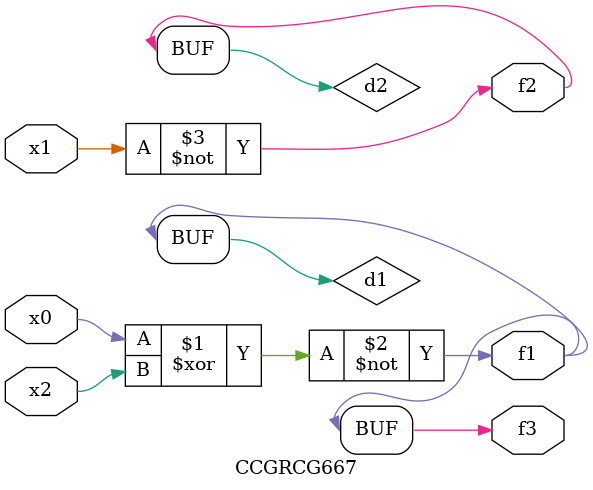
<source format=v>
module CCGRCG667(
	input x0, x1, x2,
	output f1, f2, f3
);

	wire d1, d2, d3;

	xnor (d1, x0, x2);
	nand (d2, x1);
	nor (d3, x1, x2);
	assign f1 = d1;
	assign f2 = d2;
	assign f3 = d1;
endmodule

</source>
